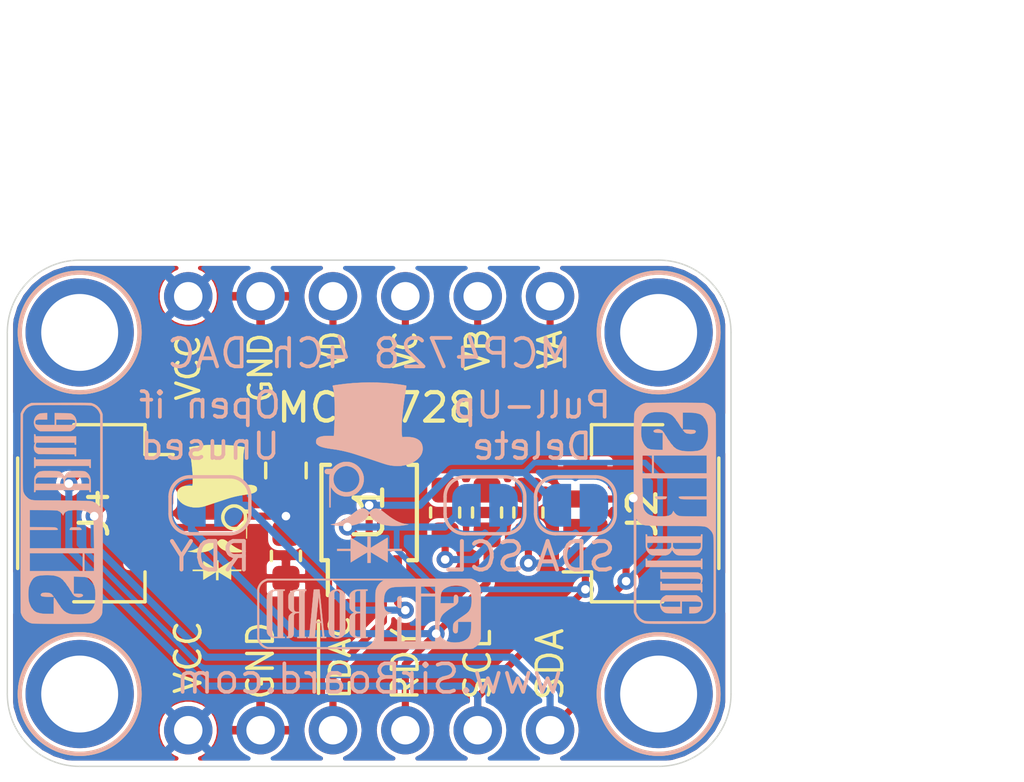
<source format=kicad_pcb>
(kicad_pcb (version 20171130) (host pcbnew "(5.1.2)-2")
  (title_block (title "MCP4728 Breakout") (date 2020-03-10) (rev 3) (company SirBoard) (comment 1 "4 Channel I2C DAC with 12 Bit Resolution") (comment 2 "MCP4728 - SirBlue"))
  (layers (0 F.Cu signal) (31 B.Cu signal) (34 B.Paste user hide) (35 F.Paste user hide) (36 B.SilkS user) (37 F.SilkS user) (38 B.Mask user hide) (39 F.Mask user hide) (44 Edge.Cuts user))
  (net 0 "")
  (net 1 GND)
  (net 2 SCL_5V)
  (net 3 SDA_5V)
  (net 4 VCC)
  (net 5 RDY)
  (net 6 LDAC)
  (net 7 VoutD)
  (net 8 VoutC)
  (net 9 VoutB)
  (net 10 VoutA)
  (net 11 "Net-(JP1-Pad2)")
  (net 12 "Net-(JP2-Pad2)")
  (net 13 "Net-(JP3-Pad2)")
  (module logo:logo47x67 (layer F.Cu) (at 59.944 35.941)
    (fp_text reference G*** hide)
    (fp_text value LOGO hide)
  )
  (module Package_SO:MSOP-10_3x3mm_P0.5mm (layer F.Cu) (at 65.278 35.941 90)
    (fp_text reference U1 (at 0 0 90) (layer F.SilkS))
    (fp_text value MCP4728)
    (pad 10 smd rect (at 2.2 -1 90) (size 1.4 0.3) (layers F.Cu F.Paste F.Mask) (net 1 GND))
    (pad 9 smd rect (at 2.2 -0.5 90) (size 1.4 0.3) (layers F.Cu F.Paste F.Mask) (net 7 VoutD))
    (pad 8 smd rect (at 2.2 0 90) (size 1.4 0.3) (layers F.Cu F.Paste F.Mask) (net 8 VoutC))
    (pad 7 smd rect (at 2.2 0.5 90) (size 1.4 0.3) (layers F.Cu F.Paste F.Mask) (net 9 VoutB))
    (pad 6 smd rect (at 2.2 1 90) (size 1.4 0.3) (layers F.Cu F.Paste F.Mask) (net 10 VoutA))
    (pad 5 smd rect (at -2.2 1 90) (size 1.4 0.3) (layers F.Cu F.Paste F.Mask) (net 11 "Net-(JP1-Pad2)"))
    (pad 4 smd rect (at -2.2 0.5 90) (size 1.4 0.3) (layers F.Cu F.Paste F.Mask) (net 6 LDAC))
    (pad 3 smd rect (at -2.2 0 90) (size 1.4 0.3) (layers F.Cu F.Paste F.Mask) (net 3 SDA_5V))
    (pad 2 smd rect (at -2.2 -0.5 90) (size 1.4 0.3) (layers F.Cu F.Paste F.Mask) (net 2 SCL_5V))
    (pad 1 smd rect (at -2.2 -1 90) (size 1.4 0.3) (layers F.Cu F.Paste F.Mask) (net 4 VCC))
  )
  (module Resistor_SMD:R_0603_1608Metric (layer F.Cu) (at 69.416 35.941 270)
    (fp_text reference R3 hide)
    (fp_text value 100K)
    (pad 2 smd roundrect (at 0.7875 0 270) (size 0.875 0.95) (layers F.Cu F.Paste F.Mask) (net 5 RDY))
    (pad 1 smd roundrect (at -0.7875 0 270) (size 0.875 0.95) (layers F.Cu F.Paste F.Mask) (net 4 VCC))
  )
  (module Resistor_SMD:R_0603_1608Metric (layer F.Cu) (at 70.866 35.941 270)
    (fp_text reference R2 hide)
    (fp_text value 10K)
    (pad 2 smd roundrect (at 0.7875 0 270) (size 0.875 0.95) (layers F.Cu F.Paste F.Mask) (net 13 "Net-(JP3-Pad2)"))
    (pad 1 smd roundrect (at -0.7875 0 270) (size 0.875 0.95) (layers F.Cu F.Paste F.Mask) (net 4 VCC))
  )
  (module Resistor_SMD:R_0603_1608Metric (layer F.Cu) (at 67.945 35.941 270)
    (fp_text reference R1 hide)
    (fp_text value 10K)
    (pad 2 smd roundrect (at 0.7875 0 270) (size 0.875 0.95) (layers F.Cu F.Paste F.Mask) (net 12 "Net-(JP2-Pad2)"))
    (pad 1 smd roundrect (at -0.7875 0 270) (size 0.875 0.95) (layers F.Cu F.Paste F.Mask) (net 4 VCC))
  )
  (module Jumper:SolderJumper-2_P1.3mm_Open_RoundedPad1.0x1.5mm (layer B.Cu) (at 72.517 35.687)
    (fp_text reference SDA (at 0 1.8) (layer B.SilkS) (effects (font (thickness 0.14)) (justify mirror)))
    (fp_text value SolderJumper_2_Open)
    (pad 2 smd custom (at 0.65 0) (size 1 0.5) (layers B.Cu B.Mask) (net 13 "Net-(JP3-Pad2)") (options (clearance outline) (anchor rect)) (primitives (gr_circle (center 0 -0.25) (end 0.5 -0.25) (width 0)) (gr_circle (center 0 0.25) (end 0.5 0.25) (width 0)) (gr_poly (pts (xy 0 0.75) (xy -0.5 0.75) (xy -0.5 -0.75) (xy 0 -0.75)) (width 0))))
    (pad 1 smd custom (at -0.65 0) (size 1 0.5) (layers B.Cu B.Mask) (net 3 SDA_5V) (options (clearance outline) (anchor rect)) (primitives (gr_circle (center 0 -0.25) (end 0.5 -0.25) (width 0)) (gr_circle (center 0 0.25) (end 0.5 0.25) (width 0)) (gr_poly (pts (xy 0 0.75) (xy 0.5 0.75) (xy 0.5 -0.75) (xy 0 -0.75)) (width 0))))
  )
  (module Jumper:SolderJumper-2_P1.3mm_Open_RoundedPad1.0x1.5mm (layer B.Cu) (at 69.342 35.687)
    (fp_text reference SCL (at 0 1.8) (layer B.SilkS) (effects (font (thickness 0.14)) (justify mirror)))
    (fp_text value SolderJumper_2_Open)
    (pad 2 smd custom (at 0.65 0) (size 1 0.5) (layers B.Cu B.Mask) (net 12 "Net-(JP2-Pad2)") (options (clearance outline) (anchor rect)) (primitives (gr_circle (center 0 -0.25) (end 0.5 -0.25) (width 0)) (gr_circle (center 0 0.25) (end 0.5 0.25) (width 0)) (gr_poly (pts (xy 0 0.75) (xy -0.5 0.75) (xy -0.5 -0.75) (xy 0 -0.75)) (width 0))))
    (pad 1 smd custom (at -0.65 0) (size 1 0.5) (layers B.Cu B.Mask) (net 2 SCL_5V) (options (clearance outline) (anchor rect)) (primitives (gr_circle (center 0 -0.25) (end 0.5 -0.25) (width 0)) (gr_circle (center 0 0.25) (end 0.5 0.25) (width 0)) (gr_poly (pts (xy 0 0.75) (xy 0.5 0.75) (xy 0.5 -0.75) (xy 0 -0.75)) (width 0))))
  )
  (module Jumper:SolderJumper-2_P1.3mm_Open_RoundedPad1.0x1.5mm (layer B.Cu) (at 59.69 35.687)
    (fp_text reference RDY (at 0 1.8) (layer B.SilkS) (effects (font (thickness 0.14)) (justify mirror)))
    (fp_text value SolderJumper_2_Open)
    (pad 2 smd custom (at 0.65 0) (size 1 0.5) (layers B.Cu B.Mask) (net 11 "Net-(JP1-Pad2)") (options (clearance outline) (anchor rect)) (primitives (gr_circle (center 0 -0.25) (end 0.5 -0.25) (width 0)) (gr_circle (center 0 0.25) (end 0.5 0.25) (width 0)) (gr_poly (pts (xy 0 0.75) (xy -0.5 0.75) (xy -0.5 -0.75) (xy 0 -0.75)) (width 0))))
    (pad 1 smd custom (at -0.65 0) (size 1 0.5) (layers B.Cu B.Mask) (net 5 RDY) (options (clearance outline) (anchor rect)) (primitives (gr_circle (center 0 -0.25) (end 0.5 -0.25) (width 0)) (gr_circle (center 0 0.25) (end 0.5 0.25) (width 0)) (gr_poly (pts (xy 0 0.75) (xy 0.5 0.75) (xy 0.5 -0.75) (xy 0 -0.75)) (width 0))))
  )
  (module Capacitor_SMD:C_0603_1608Metric (layer F.Cu) (at 62.357 37.465 270)
    (fp_text reference C5 hide)
    (fp_text value 100nF)
    (pad 2 smd roundrect (at 0.7875 0 270) (size 0.875 0.95) (layers F.Cu F.Paste F.Mask) (net 1 GND))
    (pad 1 smd roundrect (at -0.7875 0 270) (size 0.875 0.95) (layers F.Cu F.Paste F.Mask) (net 4 VCC))
  )
  (module Capacitor_SMD:C_0805_2012Metric (layer F.Cu) (at 62.357 34.4655 90)
    (fp_text reference C1 hide)
    (fp_text value 10uF)
    (pad 2 smd roundrect (at 0.9375 0 90) (size 0.975 1.4) (layers F.Cu F.Paste F.Mask) (net 1 GND))
    (pad 1 smd roundrect (at -0.9375 0 90) (size 0.975 1.4) (layers F.Cu F.Paste F.Mask) (net 4 VCC))
  )
  (module logo:SirBoard79x25 (layer B.Cu) (at 65.278 39.497 180)
    (fp_text reference G*** hide)
    (fp_text value LOGO hide)
  )
  (module logo:logo63x89 (layer B.Cu) (at 65.278 34.544 180)
    (fp_text reference G*** hide)
    (fp_text value LOGO hide)
  )
  (module logo:SirBlue78x29 (layer B.Cu) (at 76.0095 35.9664 270)
    (fp_text reference G*** hide)
    (fp_text value LOGO hide)
  )
  (module logo:SirBlue78x29 (layer B.Cu) (at 54.483 35.9664 90)
    (fp_text reference G*** hide)
    (fp_text value LOGO hide)
  )
  (module Connector_PinHeader_2.54mm:PinHeader_1x06_P2.54mm_Vertical (layer B.Cu) (at 58.928 28.3464 270)
    (fp_text reference J3 hide)
    (fp_text value Conn_01x06)
    (pad 6 thru_hole oval (at 0 -12.7 270) (size 1.7 1.7) (drill 1) (layers *.Cu *.Mask) (net 10 VoutA))
    (pad 5 thru_hole oval (at 0 -10.16 270) (size 1.7 1.7) (drill 1) (layers *.Cu *.Mask) (net 9 VoutB))
    (pad 4 thru_hole oval (at 0 -7.62 270) (size 1.7 1.7) (drill 1) (layers *.Cu *.Mask) (net 8 VoutC))
    (pad 3 thru_hole oval (at 0 -5.08 270) (size 1.7 1.7) (drill 1) (layers *.Cu *.Mask) (net 7 VoutD))
    (pad 2 thru_hole oval (at 0 -2.54 270) (size 1.7 1.7) (drill 1) (layers *.Cu *.Mask) (net 1 GND))
    (pad 1 thru_hole circle (at 0 0 270) (size 1.7 1.7) (drill 1) (layers *.Cu *.Mask) (net 4 VCC))
  )
  (module Connector_PinHeader_2.54mm:PinHeader_1x06_P2.54mm_Vertical (layer B.Cu) (at 58.928 43.5864 270)
    (fp_text reference J1 hide)
    (fp_text value Conn_01x06)
    (pad 6 thru_hole oval (at 0 -12.7 270) (size 1.7 1.7) (drill 1) (layers *.Cu *.Mask) (net 3 SDA_5V))
    (pad 5 thru_hole oval (at 0 -10.16 270) (size 1.7 1.7) (drill 1) (layers *.Cu *.Mask) (net 2 SCL_5V))
    (pad 4 thru_hole oval (at 0 -7.62 270) (size 1.7 1.7) (drill 1) (layers *.Cu *.Mask) (net 5 RDY))
    (pad 3 thru_hole oval (at 0 -5.08 270) (size 1.7 1.7) (drill 1) (layers *.Cu *.Mask) (net 6 LDAC))
    (pad 2 thru_hole oval (at 0 -2.54 270) (size 1.7 1.7) (drill 1) (layers *.Cu *.Mask) (net 1 GND))
    (pad 1 thru_hole circle (at 0 0 270) (size 1.7 1.7) (drill 1) (layers *.Cu *.Mask) (net 4 VCC))
  )
  (module Connector_JST:JST_SH_SM04B-SRSS-TB_1x04-1MP_P1.00mm_Horizontal (layer F.Cu) (at 55.626 35.9664 270)
    (fp_text reference J4 (at 0 0 270) (layer F.SilkS))
    (fp_text value Conn_01x04)
    (pad MP smd roundrect (at 2.8 1.875 270) (size 1.2 1.8) (layers F.Cu F.Paste F.Mask) (roundrect_rratio 0.208333))
    (pad MP smd roundrect (at -2.8 1.875 270) (size 1.2 1.8) (layers F.Cu F.Paste F.Mask) (roundrect_rratio 0.208333))
    (pad 4 smd roundrect (at 1.5 -2 270) (size 0.6 1.55) (layers F.Cu F.Paste F.Mask) (net 1 GND))
    (pad 3 smd roundrect (at 0.5 -2 270) (size 0.6 1.55) (layers F.Cu F.Paste F.Mask) (net 4 VCC))
    (pad 2 smd roundrect (at -0.5 -2 270) (size 0.6 1.55) (layers F.Cu F.Paste F.Mask) (net 3 SDA_5V))
    (pad 1 smd roundrect (at -1.5 -2 270) (size 0.6 1.55) (layers F.Cu F.Paste F.Mask) (net 2 SCL_5V))
  )
  (module Connector_JST:JST_SH_SM04B-SRSS-TB_1x04-1MP_P1.00mm_Horizontal (layer F.Cu) (at 74.8665 35.9664 90)
    (fp_text reference J2 (at 0 0 90) (layer F.SilkS))
    (fp_text value Conn_01x04)
    (pad MP smd roundrect (at 2.8 1.875 90) (size 1.2 1.8) (layers F.Cu F.Paste F.Mask) (roundrect_rratio 0.208333))
    (pad MP smd roundrect (at -2.8 1.875 90) (size 1.2 1.8) (layers F.Cu F.Paste F.Mask) (roundrect_rratio 0.208333))
    (pad 4 smd roundrect (at 1.5 -2 90) (size 0.6 1.55) (layers F.Cu F.Paste F.Mask) (net 1 GND))
    (pad 3 smd roundrect (at 0.5 -2 90) (size 0.6 1.55) (layers F.Cu F.Paste F.Mask) (net 4 VCC))
    (pad 2 smd roundrect (at -0.5 -2 90) (size 0.6 1.55) (layers F.Cu F.Paste F.Mask) (net 3 SDA_5V))
    (pad 1 smd roundrect (at -1.5 -2 90) (size 0.6 1.55) (layers F.Cu F.Paste F.Mask) (net 2 SCL_5V))
  )
  (module SirBoardLibrary:MountingHole_M2.5_SirBoard (layer F.Cu) (at 55.118 42.3164 270)
    (fp_text reference H1 hide)
    (fp_text value MountingHole)
    (pad 1 thru_hole circle (at 0 0 270) (size 3.8 3.8) (drill 2.7) (layers *.Cu *.Mask))
  )
  (module SirBoardLibrary:MountingHole_M2.5_SirBoard (layer F.Cu) (at 55.118 29.6164 270)
    (fp_text reference H2 hide)
    (fp_text value MountingHole)
    (pad 1 thru_hole circle (at 0 0 270) (size 3.8 3.8) (drill 2.7) (layers *.Cu *.Mask))
  )
  (module SirBoardLibrary:MountingHole_M2.5_SirBoard (layer F.Cu) (at 75.438 42.3164 90)
    (fp_text reference H3 hide)
    (fp_text value MountingHole)
    (pad 1 thru_hole circle (at 0 0 90) (size 3.8 3.8) (drill 2.7) (layers *.Cu *.Mask))
  )
  (module SirBoardLibrary:MountingHole_M2.5_SirBoard (layer F.Cu) (at 75.438 29.6164 90)
    (fp_text reference H4 hide)
    (fp_text value MountingHole)
    (pad 1 thru_hole circle (at 0 0 90) (size 3.8 3.8) (drill 2.7) (layers *.Cu *.Mask))
  )
  (gr_text MCP4728 (at 65.532 32.258) (layer F.SilkS) (effects (font (size 1 1))))
  (gr_text "Open if\nUnused" (at 59.69 32.893) (layer B.SilkS) (effects (font (size 0.9 0.9) (thickness 0.13)) (justify mirror)))
  (gr_text "Pull-Up\nDelete" (at 70.993 32.893) (layer B.SilkS) (effects (font (size 0.9 0.9) (thickness 0.13)) (justify mirror)))
  (gr_line (start 63.5 42.291) (end 63.5 39.751) (layer F.SilkS) (width 0.12))
  (gr_text VD (at 64.008 30.226 90) (layer F.SilkS) (effects (font (size 0.8 0.7) (thickness 0.12))))
  (gr_text VC (at 66.548 30.226 90) (layer F.SilkS) (effects (font (size 0.8 0.7) (thickness 0.12))))
  (gr_text VCC (at 58.928 30.861 90) (layer F.SilkS) (effects (font (size 0.8 0.8) (thickness 0.12))))
  (gr_text GND (at 61.468 30.861 90) (layer F.SilkS) (effects (font (size 0.8 0.8) (thickness 0.12))))
  (gr_text VA (at 71.628 30.226 90) (layer F.SilkS) (effects (font (size 0.8 0.8) (thickness 0.12))))
  (gr_text VB (at 69.088 30.226 90) (layer F.SilkS) (effects (font (size 0.8 0.8) (thickness 0.12))))
  (gr_text VCC (at 58.928 41.021 90) (layer F.SilkS) (effects (font (size 0.9 0.9) (thickness 0.12))))
  (gr_text GND (at 61.468 41.148 90) (layer F.SilkS) (effects (font (size 0.9 0.9) (thickness 0.12))))
  (gr_text LDAC (at 64.262 41.021 90) (layer F.SilkS) (effects (font (size 0.7 0.8) (thickness 0.12))))
  (gr_text RDY (at 66.548 41.275 90) (layer F.SilkS) (effects (font (size 0.9 0.9) (thickness 0.12))))
  (gr_text SCL (at 69.088 41.275 90) (layer F.SilkS) (effects (font (size 0.9 0.9) (thickness 0.12))))
  (gr_text SDA (at 71.628 41.275 90) (layer F.SilkS) (effects (font (size 0.9 0.9) (thickness 0.12))))
  (gr_arc (start 55.118 29.6164) (end 55.118 27.0764) (angle -90) (layer Edge.Cuts) (width 0.05))
  (gr_arc (start 75.438 29.6164) (end 77.978 29.6164) (angle -90) (layer Edge.Cuts) (width 0.05))
  (gr_arc (start 75.438 42.3164) (end 75.438 44.8564) (angle -90) (layer Edge.Cuts) (width 0.05))
  (gr_arc (start 55.118 42.3164) (end 52.578 42.3164) (angle -90) (layer Edge.Cuts) (width 0.05))
  (gr_line (start 52.578 42.3164) (end 52.578 29.6164) (layer Edge.Cuts) (width 0.05))
  (gr_line (start 55.118 27.0764) (end 75.438 27.0764) (layer Edge.Cuts) (width 0.05))
  (gr_line (start 77.978 29.6164) (end 77.978 42.3164) (layer Edge.Cuts) (width 0.05))
  (gr_line (start 75.438 44.8564) (end 55.118 44.8564) (layer Edge.Cuts) (width 0.05))
  (gr_text "MCP4728 4Ch DAC" (at 65.278 30.353) (layer B.SilkS) (effects (font (size 1 1) (thickness 0.13)) (justify mirror)))
  (gr_text www.SirBoard.com (at 65.278 41.783) (layer B.SilkS) (effects (font (size 1 1) (thickness 0.13)) (justify mirror)))
  (segment (start 72.8665 38.6395) (end 72.8665 37.4664) (width 0.25) (layer F.Cu) (net 2))
  (segment (start 69.088 43.5864) (end 69.088 42.418) (width 0.25) (layer F.Cu) (net 2))
  (segment (start 69.088 42.418) (end 72.8665 38.6395) (width 0.25) (layer F.Cu) (net 2))
  (segment (start 69.088 42.384319) (end 68.740681 42.037) (width 0.25) (layer B.Cu) (net 2))
  (segment (start 69.088 43.5864) (end 69.088 42.384319) (width 0.25) (layer B.Cu) (net 2))
  (segment (start 68.740681 42.037) (end 59.563 42.037) (width 0.25) (layer B.Cu) (net 2))
  (via (at 54.737 34.925) (size 0.6) (drill 0.3) (layers F.Cu B.Cu) (net 2))
  (segment (start 59.563 42.037) (end 54.737 37.211) (width 0.25) (layer B.Cu) (net 2))
  (segment (start 54.737 37.211) (end 54.737 34.925) (width 0.25) (layer B.Cu) (net 2))
  (segment (start 55.1956 34.4664) (end 57.626 34.4664) (width 0.25) (layer F.Cu) (net 2))
  (segment (start 54.737 34.925) (end 55.1956 34.4664) (width 0.25) (layer F.Cu) (net 2))
  (segment (start 72.477999 42.736401) (end 72.477999 40.171001) (width 0.25) (layer F.Cu) (net 3))
  (segment (start 71.628 43.5864) (end 72.477999 42.736401) (width 0.25) (layer F.Cu) (net 3))
  (segment (start 72.477999 40.171001) (end 74.295 38.354) (width 0.25) (layer F.Cu) (net 3))
  (segment (start 74.295 38.354) (end 74.295 36.83) (width 0.25) (layer F.Cu) (net 3))
  (segment (start 73.9314 36.4664) (end 72.8665 36.4664) (width 0.25) (layer F.Cu) (net 3))
  (segment (start 74.295 36.83) (end 73.9314 36.4664) (width 0.25) (layer F.Cu) (net 3))
  (segment (start 71.628 42.384319) (end 70.264681 41.021) (width 0.25) (layer B.Cu) (net 3))
  (segment (start 71.628 43.5864) (end 71.628 42.384319) (width 0.25) (layer B.Cu) (net 3))
  (segment (start 70.264681 41.021) (end 59.563 41.021) (width 0.25) (layer B.Cu) (net 3))
  (via (at 55.626 36.068) (size 0.6) (drill 0.3) (layers F.Cu B.Cu) (net 3))
  (segment (start 59.563 41.021) (end 55.626 37.084) (width 0.25) (layer B.Cu) (net 3))
  (segment (start 55.626 37.084) (end 55.626 36.068) (width 0.25) (layer B.Cu) (net 3))
  (segment (start 56.2276 35.4664) (end 57.626 35.4664) (width 0.25) (layer F.Cu) (net 3))
  (segment (start 55.626 36.068) (end 56.2276 35.4664) (width 0.25) (layer F.Cu) (net 3))
  (segment (start 67.945 35.1535) (end 71.4755 35.1535) (width 0.25) (layer F.Cu) (net 4))
  (segment (start 71.7884 35.4664) (end 72.8665 35.4664) (width 0.25) (layer F.Cu) (net 4))
  (segment (start 71.4755 35.1535) (end 71.7884 35.4664) (width 0.25) (layer F.Cu) (net 4))
  (via (at 74.549 35.433) (size 0.6) (drill 0.3) (layers F.Cu B.Cu) (net 4))
  (segment (start 72.8665 35.4664) (end 74.5156 35.4664) (width 0.25) (layer F.Cu) (net 4))
  (segment (start 74.5156 35.4664) (end 74.549 35.433) (width 0.25) (layer F.Cu) (net 4))
  (segment (start 63.155 36.068) (end 62.357 36.068) (width 0.25) (layer F.Cu) (net 4))
  (segment (start 64.278 37.191) (end 63.155 36.068) (width 0.25) (layer F.Cu) (net 4))
  (segment (start 64.278 38.141) (end 64.278 37.191) (width 0.25) (layer F.Cu) (net 4))
  (segment (start 62.357 35.403) (end 62.357 36.068) (width 0.25) (layer F.Cu) (net 4))
  (segment (start 62.357 36.068) (end 62.357 36.6775) (width 0.25) (layer F.Cu) (net 4))
  (segment (start 62.357 36.068) (end 62.357 36.068) (width 0.25) (layer F.Cu) (net 4))
  (via (at 62.357 36.068) (size 0.6) (drill 0.3) (layers F.Cu B.Cu) (net 4))
  (segment (start 57.626 36.4664) (end 60.4346 36.4664) (width 0.25) (layer F.Cu) (net 4))
  (segment (start 60.833 36.068) (end 62.357 36.068) (width 0.25) (layer F.Cu) (net 4))
  (segment (start 60.4346 36.4664) (end 60.833 36.068) (width 0.25) (layer F.Cu) (net 4))
  (segment (start 66.548 41.275) (end 66.548 41.275) (width 0.25) (layer F.Cu) (net 5))
  (via (at 67.6275 40.1955) (size 0.6) (drill 0.3) (layers F.Cu B.Cu) (net 5))
  (segment (start 69.416 38.407) (end 67.927499 39.895501) (width 0.25) (layer F.Cu) (net 5))
  (segment (start 67.203236 40.1955) (end 67.6275 40.1955) (width 0.25) (layer B.Cu) (net 5))
  (segment (start 59.04 35.687) (end 59.04 36.534592) (width 0.25) (layer B.Cu) (net 5))
  (segment (start 59.04 36.534592) (end 62.700908 40.1955) (width 0.25) (layer B.Cu) (net 5))
  (segment (start 66.548 41.275) (end 67.327501 40.495499) (width 0.25) (layer F.Cu) (net 5))
  (segment (start 67.327501 40.495499) (end 67.6275 40.1955) (width 0.25) (layer F.Cu) (net 5))
  (segment (start 66.548 43.5864) (end 66.548 41.275) (width 0.25) (layer F.Cu) (net 5))
  (segment (start 67.927499 39.895501) (end 67.6275 40.1955) (width 0.25) (layer F.Cu) (net 5))
  (segment (start 69.416 36.7285) (end 69.416 38.407) (width 0.25) (layer F.Cu) (net 5))
  (segment (start 62.700908 40.1955) (end 67.203236 40.1955) (width 0.25) (layer B.Cu) (net 5))
  (segment (start 65.778 38.141) (end 65.778 39.759) (width 0.25) (layer F.Cu) (net 6))
  (segment (start 65.778 39.759) (end 64.008 41.529) (width 0.25) (layer F.Cu) (net 6))
  (segment (start 64.008 41.529) (end 64.008 43.5864) (width 0.25) (layer F.Cu) (net 6))
  (segment (start 64.008 31.369) (end 64.008 28.3464) (width 0.25) (layer F.Cu) (net 7))
  (segment (start 64.778 33.741) (end 64.778 32.139) (width 0.25) (layer F.Cu) (net 7))
  (segment (start 64.778 32.139) (end 64.008 31.369) (width 0.25) (layer F.Cu) (net 7))
  (segment (start 66.548 30.9372) (end 66.548 28.3464) (width 0.25) (layer F.Cu) (net 8))
  (segment (start 65.278 33.741) (end 65.278 32.2072) (width 0.25) (layer F.Cu) (net 8))
  (segment (start 65.278 32.2072) (end 66.548 30.9372) (width 0.25) (layer F.Cu) (net 8))
  (segment (start 69.088 29.464) (end 69.088 28.3464) (width 0.25) (layer F.Cu) (net 9))
  (segment (start 65.778 33.741) (end 65.778 32.774) (width 0.25) (layer F.Cu) (net 9))
  (segment (start 65.778 32.774) (end 69.088 29.464) (width 0.25) (layer F.Cu) (net 9))
  (segment (start 71.628 30.734) (end 71.628 28.3464) (width 0.25) (layer F.Cu) (net 10))
  (segment (start 66.278 33.741) (end 68.621 33.741) (width 0.25) (layer F.Cu) (net 10))
  (segment (start 68.621 33.741) (end 71.628 30.734) (width 0.25) (layer F.Cu) (net 10))
  (via (at 66.548002 39.37) (size 0.6) (drill 0.3) (layers F.Cu B.Cu) (net 11))
  (segment (start 66.278 38.141) (end 66.278 39.099998) (width 0.25) (layer F.Cu) (net 11))
  (segment (start 66.278 39.099998) (end 66.548002 39.37) (width 0.25) (layer F.Cu) (net 11))
  (segment (start 64.643 39.37) (end 66.548002 39.37) (width 0.25) (layer B.Cu) (net 11))
  (segment (start 60.34 35.687) (end 60.96 35.687) (width 0.25) (layer B.Cu) (net 11))
  (segment (start 60.96 35.687) (end 64.643 39.37) (width 0.25) (layer B.Cu) (net 11))
  (via (at 67.945 37.592) (size 0.6) (drill 0.3) (layers F.Cu B.Cu) (net 12))
  (segment (start 68.934592 37.592) (end 67.945 37.592) (width 0.25) (layer B.Cu) (net 12))
  (segment (start 69.992 35.687) (end 69.992 36.534592) (width 0.25) (layer B.Cu) (net 12))
  (segment (start 69.992 36.534592) (end 68.934592 37.592) (width 0.25) (layer B.Cu) (net 12))
  (segment (start 67.945 37.592) (end 67.945 36.7285) (width 0.25) (layer F.Cu) (net 12))
  (segment (start 64.778 36.711) (end 64.516 36.449) (width 0.25) (layer F.Cu) (net 2))
  (segment (start 64.778 38.141) (end 64.778 36.711) (width 0.25) (layer F.Cu) (net 2))
  (via (at 64.516 36.449) (size 0.6) (drill 0.3) (layers F.Cu B.Cu) (net 2))
  (segment (start 68.692 35.687) (end 67.93 36.449) (width 0.25) (layer B.Cu) (net 2))
  (segment (start 72.8665 38.6395) (end 72.8665 38.6395) (width 0.25) (layer F.Cu) (net 2))
  (via (at 72.8665 38.6395) (size 0.6) (drill 0.3) (layers F.Cu B.Cu) (net 2))
  (segment (start 66.2432 36.449) (end 66.2432 37.2364) (width 0.2) (layer B.Cu) (net 2))
  (segment (start 67.93 36.449) (end 66.2432 36.449) (width 0.25) (layer B.Cu) (net 2))
  (segment (start 66.2432 36.449) (end 64.516 36.449) (width 0.25) (layer B.Cu) (net 2))
  (segment (start 67.6463 38.6395) (end 72.8665 38.6395) (width 0.2) (layer B.Cu) (net 2))
  (segment (start 66.2432 37.2364) (end 67.6463 38.6395) (width 0.2) (layer B.Cu) (net 2))
  (via (at 70.866 37.719) (size 0.6) (drill 0.3) (layers F.Cu B.Cu) (net 13))
  (segment (start 71.982592 37.719) (end 70.866 37.719) (width 0.25) (layer B.Cu) (net 13))
  (segment (start 73.167 35.687) (end 73.167 36.534592) (width 0.25) (layer B.Cu) (net 13))
  (segment (start 73.167 36.534592) (end 71.982592 37.719) (width 0.25) (layer B.Cu) (net 13))
  (segment (start 70.866 37.719) (end 70.866 36.7285) (width 0.25) (layer F.Cu) (net 13))
  (segment (start 71.867 35.687) (end 70.724 34.544) (width 0.25) (layer B.Cu) (net 3))
  (segment (start 70.724 34.544) (end 68.199 34.544) (width 0.25) (layer B.Cu) (net 3))
  (via (at 65.278 35.687) (size 0.6) (drill 0.3) (layers F.Cu B.Cu) (net 3))
  (segment (start 68.199 34.544) (end 67.056 35.687) (width 0.25) (layer B.Cu) (net 3))
  (segment (start 67.056 35.687) (end 65.278 35.687) (width 0.25) (layer B.Cu) (net 3))
  (segment (start 65.278 35.687) (end 65.278 38.141) (width 0.25) (layer F.Cu) (net 3))
  (segment (start 74.295 38.354) (end 74.295 38.354) (width 0.25) (layer F.Cu) (net 3))
  (via (at 74.295 38.354) (size 0.6) (drill 0.3) (layers F.Cu B.Cu) (net 3))
  (segment (start 70.724 34.544) (end 71.0796 34.1884) (width 0.2) (layer B.Cu) (net 3))
  (segment (start 71.0796 34.1884) (end 74.9554 34.1884) (width 0.2) (layer B.Cu) (net 3))
  (segment (start 74.9554 34.1884) (end 75.4888 34.7218) (width 0.2) (layer B.Cu) (net 3))
  (segment (start 75.4888 37.1602) (end 74.295 38.354) (width 0.2) (layer B.Cu) (net 3))
  (segment (start 75.4888 34.7218) (end 75.4888 37.1602) (width 0.2) (layer B.Cu) (net 3))
  (zone (net 4) (net_name VCC) (layer B.Cu) (connect_pads (clearance 0.15)) (min_thickness 0.15) (fill yes (arc_segments 32) (thermal_gap 0.2) (thermal_bridge_width 0.3))
    (polygon (pts (xy 52.7812 27.2796) (xy 77.7748 27.2796) (xy 77.7748 44.6532) (xy 52.7812 44.6532)))
  )
  (zone (net 1) (net_name GND) (layer F.Cu) (connect_pads (clearance 0.15)) (min_thickness 0.15) (fill yes (arc_segments 32) (thermal_gap 0.2) (thermal_bridge_width 0.3))
    (polygon (pts (xy 52.7812 27.2796) (xy 77.7748 27.2796) (xy 77.7748 44.6532) (xy 52.7812 44.6532)))
  )
)
</source>
